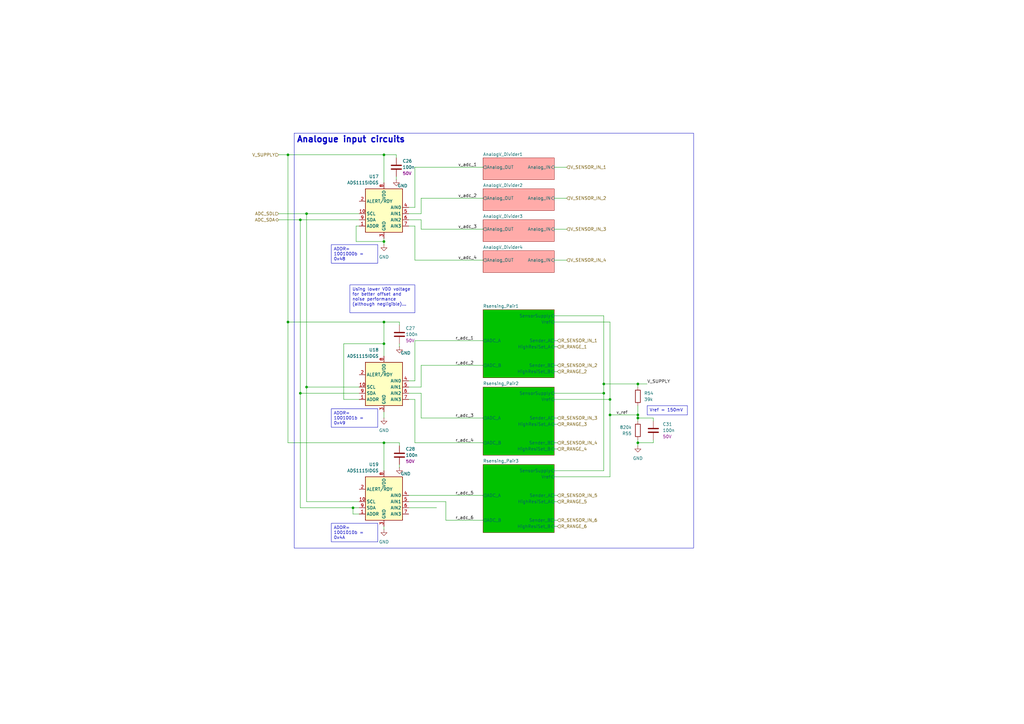
<source format=kicad_sch>
(kicad_sch (version 20250114) (generator "eeschema") (generator_version "9.0")
  (paper "A3")
  (title_block (title "VXDash RemoteECU") (date "2025-08-08") (rev "Proto A") (comment 1 "https://github.com/martinroger/VXDash") (comment 2 "https://cadlab.io/projects/vxdash"))
  (lib_symbols
    (symbol "Analog_ADC:ADS1115IDGS"
      (property "Reference" "U" (at 2.54 13.97 0))
      (property "Value" "ADS1115IDGS" (at 7.62 11.43 0))
      (symbol "ADS1115IDGS_0_1"
        (rectangle (start -7.62 10.16) (end 7.62 -7.62) (stroke (width 0.254)) (fill (type background)))
      )
      (symbol "ADS1115IDGS_1_1"
        (pin input line (at -10.16 2.54 0) (length 2.54) (name "AIN0") (number "4"))
        (pin input line (at -10.16 0 0) (length 2.54) (name "AIN1") (number "5"))
        (pin input line (at -10.16 -2.54 0) (length 2.54) (name "AIN2") (number "6"))
        (pin input line (at -10.16 -5.08 0) (length 2.54) (name "AIN3") (number "7"))
        (pin power_in line (at 0 12.7 270) (length 2.54) (name "VDD") (number "8"))
        (pin power_in line (at 0 -10.16 90) (length 2.54) (name "GND") (number "3"))
        (pin output line (at 10.16 5.08 180) (length 2.54) (name "ALERT/RDY") (number "2"))
        (pin input line (at 10.16 0 180) (length 2.54) (name "SCL") (number "10"))
        (pin bidirectional line (at 10.16 -2.54 180) (length 2.54) (name "SDA") (number "9"))
        (pin input line (at 10.16 -5.08 180) (length 2.54) (name "ADDR") (number "1"))
      )
    )
    (symbol "VXDash_passives:Cap_MLCC" (pin_numbers (hide yes)) (pin_names (offset 0.254))
      (property "Reference" "C" (at 2.54 2.54 0))
      (property "Value" "Cap_MLCC" (at 2.54 0 0))
      (property "Voltage" "50V" (at 2.54 -2.54 0))
      (symbol "Cap_MLCC_0_1"
        (polyline (pts (xy -2.032 0.762) (xy 2.032 0.762)) (stroke (width 0.508)))
        (polyline (pts (xy -2.032 -0.762) (xy 2.032 -0.762)) (stroke (width 0.508)))
      )
      (symbol "Cap_MLCC_1_1"
        (pin passive line (at 0 3.81 270) (length 2.794) (name "~") (number "1"))
        (pin passive line (at 0 -3.81 90) (length 2.794) (name "~") (number "2"))
      )
    )
    (symbol "VXDash_passives:Res" (pin_numbers (hide yes)) (pin_names (offset 0))
      (property "Reference" "R" (at 1.27 1.27 0))
      (property "Value" "Res" (at 1.27 -1.27 0))
      (symbol "Res_0_1"
        (rectangle (start -1.016 -2.54) (end 1.016 2.54) (stroke (width 0.254)))
      )
      (symbol "Res_1_1"
        (pin passive line (at 0 3.81 270) (length 1.27) (name "~") (number "1"))
        (pin passive line (at 0 -3.81 90) (length 1.27) (name "~") (number "2"))
      )
    )
    (symbol "power:GND" (power) (pin_numbers (hide yes)) (pin_names (offset 0) (hide yes))
      (property "Value" "GND" (at 0 -3.81 0))
      (symbol "GND_0_1"
        (polyline (pts (xy 0 0) (xy 0 -1.27) (xy 1.27 -1.27) (xy 0 -2.54) (xy -1.27 -1.27) (xy 0 -1.27)))
      )
      (symbol "GND_1_1"
        (pin power_in line (at 0 0 270) (length 0) (name "~") (number "1"))
      )
    )
  )
  (text_box "ADDR= 1001010b = 0x4A" (at 135.89 214.63 0) (size 19.05 7.62) (margins 0.9525 0.9525 0.9525 0.9525) (effects (font (size 1.27 1.27)) (justify left top)))
  (text_box "ADDR= 1001000b = 0x48" (at 135.89 100.33 0) (size 19.05 7.62) (margins 0.9525 0.9525 0.9525 0.9525) (effects (font (size 1.27 1.27)) (justify left top)))
  (text_box "Using lower VDD voltage for better offset and noise performance (although negligible)..." (at 143.51 116.84 0) (size 26.67 11.43) (margins 0.9525 0.9525 0.9525 0.9525) (effects (font (size 1.27 1.27)) (justify left top)))
  (text_box "ADDR= 1001001b = 0x49" (at 135.89 167.64 0) (size 19.05 7.62) (margins 0.9525 0.9525 0.9525 0.9525) (effects (font (size 1.27 1.27)) (justify left top)))
  (text_box "Vref = 150mV" (at 265.43 166.37 0) (size 16.51 3.81) (margins 0.9525 0.9525 0.9525 0.9525) (effects (font (size 1.27 1.27)) (justify left top)))
  (text_box "Analogue input circuits" (at 120.65 54.61 0) (size 163.83 170.18) (margins 0.9525 0.9525 0.9525 0.9525) (effects (font (size 2.5 2.5) (thickness 0.5) (bold yes)) (justify left top)))
  (junction (at 261.62 171.45))
  (junction (at 144.78 208.28))
  (junction (at 123.19 161.29))
  (junction (at 261.62 170.18))
  (junction (at 125.73 87.63))
  (junction (at 261.62 157.48))
  (junction (at 157.48 132.08))
  (junction (at 157.48 63.5))
  (junction (at 250.19 170.18))
  (junction (at 125.73 158.75))
  (junction (at 157.48 99.06))
  (junction (at 250.19 163.83))
  (junction (at 247.65 157.48))
  (junction (at 118.11 132.08))
  (junction (at 118.11 63.5))
  (junction (at 123.19 90.17))
  (junction (at 157.48 140.97))
  (junction (at 261.62 181.61))
  (junction (at 157.48 181.61))
  (junction (at 247.65 161.29))
  (wire (pts (xy 147.32 92.71) (xy 146.05 92.71)))
  (wire (pts (xy 118.11 181.61) (xy 118.11 132.08)))
  (wire (pts (xy 118.11 63.5) (xy 118.11 132.08)))
  (wire (pts (xy 227.33 205.74) (xy 228.6 205.74)))
  (wire (pts (xy 172.72 149.86) (xy 198.12 149.86)))
  (wire (pts (xy 167.64 90.17) (xy 172.72 90.17)))
  (wire (pts (xy 227.33 215.9) (xy 228.6 215.9)))
  (wire (pts (xy 227.33 129.54) (xy 247.65 129.54)))
  (wire (pts (xy 147.32 158.75) (xy 125.73 158.75)))
  (wire (pts (xy 147.32 161.29) (xy 123.19 161.29)))
  (wire (pts (xy 267.97 171.45) (xy 267.97 172.72)))
  (wire (pts (xy 167.64 161.29) (xy 172.72 161.29)))
  (wire (pts (xy 157.48 140.97) (xy 157.48 146.05)))
  (wire (pts (xy 147.32 163.83) (xy 140.97 163.83)))
  (wire (pts (xy 250.19 170.18) (xy 250.19 163.83)))
  (wire (pts (xy 232.41 68.58) (xy 227.33 68.58)))
  (wire (pts (xy 157.48 181.61) (xy 157.48 193.04)))
  (wire (pts (xy 172.72 158.75) (xy 172.72 149.86)))
  (wire (pts (xy 163.83 132.08) (xy 163.83 133.35)))
  (wire (pts (xy 140.97 140.97) (xy 157.48 140.97)))
  (wire (pts (xy 157.48 63.5) (xy 157.48 74.93)))
  (wire (pts (xy 170.18 85.09) (xy 170.18 68.58)))
  (wire (pts (xy 147.32 210.82) (xy 144.78 210.82)))
  (wire (pts (xy 167.64 158.75) (xy 172.72 158.75)))
  (wire (pts (xy 170.18 163.83) (xy 170.18 181.61)))
  (wire (pts (xy 267.97 181.61) (xy 261.62 181.61)))
  (wire (pts (xy 157.48 215.9) (xy 157.48 217.17)))
  (wire (pts (xy 232.41 106.68) (xy 227.33 106.68)))
  (wire (pts (xy 170.18 106.68) (xy 198.12 106.68)))
  (wire (pts (xy 261.62 171.45) (xy 267.97 171.45)))
  (wire (pts (xy 144.78 208.28) (xy 147.32 208.28)))
  (wire (pts (xy 228.6 203.2) (xy 227.33 203.2)))
  (wire (pts (xy 157.48 132.08) (xy 157.48 140.97)))
  (wire (pts (xy 167.64 205.74) (xy 182.88 205.74)))
  (wire (pts (xy 157.48 181.61) (xy 118.11 181.61)))
  (wire (pts (xy 157.48 132.08) (xy 163.83 132.08)))
  (wire (pts (xy 247.65 193.04) (xy 227.33 193.04)))
  (wire (pts (xy 182.88 213.36) (xy 198.12 213.36)))
  (wire (pts (xy 157.48 168.91) (xy 157.48 171.45)))
  (wire (pts (xy 227.33 184.15) (xy 228.6 184.15)))
  (wire (pts (xy 172.72 161.29) (xy 172.72 171.45)))
  (wire (pts (xy 227.33 163.83) (xy 250.19 163.83)))
  (wire (pts (xy 167.64 163.83) (xy 170.18 163.83)))
  (wire (pts (xy 261.62 172.72) (xy 261.62 171.45)))
  (wire (pts (xy 170.18 181.61) (xy 198.12 181.61)))
  (wire (pts (xy 250.19 163.83) (xy 250.19 132.08)))
  (wire (pts (xy 232.41 93.98) (xy 227.33 93.98)))
  (wire (pts (xy 228.6 139.7) (xy 227.33 139.7)))
  (wire (pts (xy 179.07 208.28) (xy 167.64 208.28)))
  (wire (pts (xy 144.78 210.82) (xy 144.78 208.28)))
  (wire (pts (xy 157.48 99.06) (xy 157.48 97.79)))
  (wire (pts (xy 228.6 171.45) (xy 227.33 171.45)))
  (wire (pts (xy 123.19 90.17) (xy 147.32 90.17)))
  (wire (pts (xy 123.19 161.29) (xy 123.19 208.28)))
  (wire (pts (xy 170.18 156.21) (xy 170.18 139.7)))
  (wire (pts (xy 163.83 142.24) (xy 163.83 140.97)))
  (wire (pts (xy 157.48 181.61) (xy 163.83 181.61)))
  (wire (pts (xy 228.6 213.36) (xy 227.33 213.36)))
  (wire (pts (xy 172.72 90.17) (xy 172.72 93.98)))
  (wire (pts (xy 182.88 205.74) (xy 182.88 213.36)))
  (wire (pts (xy 146.05 99.06) (xy 157.48 99.06)))
  (wire (pts (xy 232.41 81.28) (xy 227.33 81.28)))
  (wire (pts (xy 125.73 158.75) (xy 125.73 205.74)))
  (wire (pts (xy 170.18 92.71) (xy 170.18 106.68)))
  (wire (pts (xy 114.3 87.63) (xy 125.73 87.63)))
  (wire (pts (xy 118.11 132.08) (xy 157.48 132.08)))
  (wire (pts (xy 261.62 181.61) (xy 261.62 182.88)))
  (wire (pts (xy 261.62 170.18) (xy 261.62 171.45)))
  (wire (pts (xy 170.18 139.7) (xy 198.12 139.7)))
  (wire (pts (xy 146.05 92.71) (xy 146.05 99.06)))
  (wire (pts (xy 227.33 195.58) (xy 250.19 195.58)))
  (wire (pts (xy 123.19 161.29) (xy 123.19 90.17)))
  (wire (pts (xy 172.72 81.28) (xy 198.12 81.28)))
  (wire (pts (xy 170.18 68.58) (xy 198.12 68.58)))
  (wire (pts (xy 265.43 157.48) (xy 261.62 157.48)))
  (wire (pts (xy 227.33 173.99) (xy 228.6 173.99)))
  (wire (pts (xy 157.48 100.33) (xy 157.48 99.06)))
  (wire (pts (xy 228.6 149.86) (xy 227.33 149.86)))
  (wire (pts (xy 250.19 195.58) (xy 250.19 170.18)))
  (wire (pts (xy 172.72 171.45) (xy 198.12 171.45)))
  (wire (pts (xy 167.64 87.63) (xy 172.72 87.63)))
  (wire (pts (xy 247.65 157.48) (xy 247.65 129.54)))
  (wire (pts (xy 114.3 90.17) (xy 123.19 90.17)))
  (wire (pts (xy 123.19 208.28) (xy 144.78 208.28)))
  (wire (pts (xy 162.56 73.66) (xy 162.56 72.39)))
  (wire (pts (xy 162.56 63.5) (xy 162.56 64.77)))
  (wire (pts (xy 140.97 163.83) (xy 140.97 140.97)))
  (wire (pts (xy 172.72 87.63) (xy 172.72 81.28)))
  (wire (pts (xy 167.64 156.21) (xy 170.18 156.21)))
  (wire (pts (xy 157.48 63.5) (xy 162.56 63.5)))
  (wire (pts (xy 118.11 63.5) (xy 157.48 63.5)))
  (wire (pts (xy 261.62 157.48) (xy 261.62 158.75)))
  (wire (pts (xy 228.6 181.61) (xy 227.33 181.61)))
  (wire (pts (xy 163.83 191.77) (xy 163.83 190.5)))
  (wire (pts (xy 147.32 205.74) (xy 125.73 205.74)))
  (wire (pts (xy 163.83 181.61) (xy 163.83 182.88)))
  (wire (pts (xy 267.97 180.34) (xy 267.97 181.61)))
  (wire (pts (xy 227.33 132.08) (xy 250.19 132.08)))
  (wire (pts (xy 261.62 181.61) (xy 261.62 180.34)))
  (wire (pts (xy 227.33 152.4) (xy 228.6 152.4)))
  (wire (pts (xy 247.65 157.48) (xy 261.62 157.48)))
  (wire (pts (xy 247.65 161.29) (xy 247.65 193.04)))
  (wire (pts (xy 167.64 92.71) (xy 170.18 92.71)))
  (wire (pts (xy 172.72 93.98) (xy 198.12 93.98)))
  (wire (pts (xy 247.65 161.29) (xy 227.33 161.29)))
  (wire (pts (xy 167.64 85.09) (xy 170.18 85.09)))
  (wire (pts (xy 250.19 170.18) (xy 261.62 170.18)))
  (wire (pts (xy 261.62 166.37) (xy 261.62 170.18)))
  (wire (pts (xy 125.73 87.63) (xy 147.32 87.63)))
  (wire (pts (xy 125.73 87.63) (xy 125.73 158.75)))
  (wire (pts (xy 114.3 63.5) (xy 118.11 63.5)))
  (wire (pts (xy 228.6 142.24) (xy 227.33 142.24)))
  (wire (pts (xy 167.64 203.2) (xy 198.12 203.2)))
  (wire (pts (xy 247.65 157.48) (xy 247.65 161.29)))
  (label "r_adc_6" (at 194.31 213.36 180))
  (label "V_SUPPLY" (at 265.43 157.48 0))
  (label "v_adc_4" (at 195.58 106.68 180))
  (label "v_adc_3" (at 195.58 93.98 180))
  (label "v_adc_2" (at 195.58 81.28 180))
  (label "r_adc_3" (at 194.31 171.45 180))
  (label "r_adc_2" (at 194.31 149.86 180))
  (label "r_adc_5" (at 194.31 203.2 180))
  (label "r_adc_4" (at 194.31 181.61 180))
  (label "r_adc_1" (at 194.31 139.7 180))
  (label "v_adc_1" (at 195.58 68.58 180))
  (label "v_ref" (at 252.73 170.18 0))
  (hierarchical_label "R_RANGE_4" (shape input) (at 228.6 184.15 0))
  (hierarchical_label "R_RANGE_3" (shape input) (at 228.6 173.99 0))
  (hierarchical_label "R_SENSOR_IN_6" (shape input) (at 228.6 213.36 0))
  (hierarchical_label "R_RANGE_6" (shape input) (at 228.6 215.9 0))
  (hierarchical_label "V_SENSOR_IN_2" (shape input) (at 232.41 81.28 0))
  (hierarchical_label "R_RANGE_5" (shape input) (at 228.6 205.74 0))
  (hierarchical_label "R_SENSOR_IN_2" (shape input) (at 228.6 149.86 0))
  (hierarchical_label "V_SENSOR_IN_3" (shape input) (at 232.41 93.98 0))
  (hierarchical_label "R_SENSOR_IN_5" (shape input) (at 228.6 203.2 0))
  (hierarchical_label "R_SENSOR_IN_3" (shape input) (at 228.6 171.45 0))
  (hierarchical_label "R_RANGE_1" (shape input) (at 228.6 142.24 0))
  (hierarchical_label "V_SENSOR_IN_4" (shape input) (at 232.41 106.68 0))
  (hierarchical_label "ADC_SDL" (shape input) (at 114.3 87.63 180))
  (hierarchical_label "V_SUPPLY" (shape input) (at 114.3 63.5 180))
  (hierarchical_label "V_SENSOR_IN_1" (shape input) (at 232.41 68.58 0))
  (hierarchical_label "R_SENSOR_IN_1" (shape input) (at 228.6 139.7 0))
  (hierarchical_label "R_SENSOR_IN_4" (shape input) (at 228.6 181.61 0))
  (hierarchical_label "ADC_SDA" (shape bidirectional) (at 114.3 90.17 180))
  (hierarchical_label "R_RANGE_2" (shape input) (at 228.6 152.4 0))
  (symbol (lib_id "Analog_ADC:ADS1115IDGS") (at 157.48 158.75 0) (mirror y) (unit 1)
    (property "Reference" "U18" (at 155.3367 143.51 0) (effects (justify left)))
    (property "Value" "ADS1115IDGS" (at 155.3367 146.05 0) (effects (justify left)))
    (property "Footprint" "Package_SO:TSSOP-10_3x3mm_P0.5mm" (effects (hide yes)))
    (property "Datasheet" "http://www.ti.com/lit/ds/symlink/ads1113.pdf" (effects (hide yes)))
    (property "Description" "Ultra-Small, Low-Power, I2C-Compatible, 860-SPS, 16-Bit ADCs With Internal Reference, Oscillator, and Programmable Comparator, VSSOP-10" (effects (hide yes)))
  )
  (symbol (lib_id "power:GND") (at 261.62 182.88 0) (unit 1)
    (property "Reference" "#PWR047" (effects (hide yes)))
    (property "Value" "GND" (at 261.62 187.96 0))
    (property "Description" "Power symbol creates a global label with name \"GND\" , ground" (effects (hide yes)))
  )
  (symbol (lib_id "Analog_ADC:ADS1115IDGS") (at 157.48 205.74 0) (mirror y) (unit 1)
    (property "Reference" "U19" (at 155.3367 190.5 0) (effects (justify left)))
    (property "Value" "ADS1115IDGS" (at 155.3367 193.04 0) (effects (justify left)))
    (property "Footprint" "Package_SO:TSSOP-10_3x3mm_P0.5mm" (effects (hide yes)))
    (property "Datasheet" "http://www.ti.com/lit/ds/symlink/ads1113.pdf" (effects (hide yes)))
    (property "Description" "Ultra-Small, Low-Power, I2C-Compatible, 860-SPS, 16-Bit ADCs With Internal Reference, Oscillator, and Programmable Comparator, VSSOP-10" (effects (hide yes)))
  )
  (symbol (lib_id "power:GND") (at 163.83 191.77 0) (unit 1)
    (property "Reference" "#PWR045" (effects (hide yes)))
    (property "Value" "GND" (at 166.37 194.31 0))
    (property "Description" "Power symbol creates a global label with name \"GND\" , ground" (effects (hide yes)))
  )
  (symbol (lib_id "VXDash_passives:Cap_MLCC") (at 162.56 68.58 0) (mirror y) (unit 1)
    (property "Reference" "C26" (at 165.1 66.04 0) (effects (justify right)))
    (property "Value" "100n" (at 165.1 68.58 0) (effects (justify right)))
    (property "Dielectric" "X7R" (effects (hide yes)))
    (property "Tol" "10%" (effects (hide yes)))
    (property "Voltage" "50V" (at 165.1 71.12 0) (effects (justify right)))
  )
  (symbol (lib_id "Analog_ADC:ADS1115IDGS") (at 157.48 87.63 0) (mirror y) (unit 1)
    (property "Reference" "U17" (at 155.3367 72.39 0) (effects (justify left)))
    (property "Value" "ADS1115IDGS" (at 155.3367 74.93 0) (effects (justify left)))
    (property "Footprint" "Package_SO:TSSOP-10_3x3mm_P0.5mm" (effects (hide yes)))
    (property "Datasheet" "http://www.ti.com/lit/ds/symlink/ads1113.pdf" (effects (hide yes)))
    (property "Description" "Ultra-Small, Low-Power, I2C-Compatible, 860-SPS, 16-Bit ADCs With Internal Reference, Oscillator, and Programmable Comparator, VSSOP-10" (effects (hide yes)))
  )
  (symbol (lib_id "power:GND") (at 157.48 217.17 0) (unit 1)
    (property "Reference" "#PWR042" (effects (hide yes)))
    (property "Value" "GND" (at 157.48 222.25 0))
    (property "Description" "Power symbol creates a global label with name \"GND\" , ground" (effects (hide yes)))
  )
  (symbol (lib_id "VXDash_passives:Cap_MLCC") (at 163.83 137.16 0) (mirror y) (unit 1)
    (property "Reference" "C27" (at 166.37 134.62 0) (effects (justify right)))
    (property "Value" "100n" (at 166.37 137.16 0) (effects (justify right)))
    (property "Dielectric" "X7R" (effects (hide yes)))
    (property "Tol" "10%" (effects (hide yes)))
    (property "Voltage" "50V" (at 166.37 139.7 0) (effects (justify right)))
  )
  (symbol (lib_id "power:GND") (at 157.48 171.45 0) (unit 1)
    (property "Reference" "#PWR041" (effects (hide yes)))
    (property "Value" "GND" (at 157.48 176.53 0))
    (property "Description" "Power symbol creates a global label with name \"GND\" , ground" (effects (hide yes)))
  )
  (symbol (lib_id "power:GND") (at 162.56 73.66 0) (unit 1)
    (property "Reference" "#PWR043" (effects (hide yes)))
    (property "Value" "GND" (at 165.1 76.2 0))
    (property "Description" "Power symbol creates a global label with name \"GND\" , ground" (effects (hide yes)))
  )
  (symbol (lib_id "power:GND") (at 157.48 100.33 0) (unit 1)
    (property "Reference" "#PWR040" (effects (hide yes)))
    (property "Value" "GND" (at 157.48 105.41 0))
    (property "Description" "Power symbol creates a global label with name \"GND\" , ground" (effects (hide yes)))
  )
  (symbol (lib_id "power:GND") (at 163.83 142.24 0) (unit 1)
    (property "Reference" "#PWR044" (effects (hide yes)))
    (property "Value" "GND" (at 166.37 144.78 0))
    (property "Description" "Power symbol creates a global label with name \"GND\" , ground" (effects (hide yes)))
  )
  (symbol (lib_id "VXDash_passives:Cap_MLCC") (at 163.83 186.69 0) (mirror y) (unit 1)
    (property "Reference" "C28" (at 166.37 184.15 0) (effects (justify right)))
    (property "Value" "100n" (at 166.37 186.69 0) (effects (justify right)))
    (property "Dielectric" "X7R" (effects (hide yes)))
    (property "Tol" "10%" (effects (hide yes)))
    (property "Voltage" "50V" (at 166.37 189.23 0) (effects (justify right)))
  )
  (symbol (lib_id "VXDash_passives:Res") (at 261.62 162.56 180) (unit 1)
    (property "Reference" "R54" (at 264.16 161.2899 0) (effects (justify right)))
    (property "Value" "39k" (at 264.16 163.8299 0) (effects (justify right)))
    (property "Footprint" "Resistor_SMD:R_0603_1608Metric_Pad0.98x0.95mm_HandSolder" (effects (hide yes)))
    (property "Tol" "1%" (effects (hide yes)))
    (property "Power" "100mW" (effects (hide yes)))
  )
  (symbol (lib_id "VXDash_passives:Res") (at 261.62 176.53 0) (unit 1)
    (property "Reference" "R55" (at 259.08 177.8001 0) (effects (justify right)))
    (property "Value" "820k" (at 259.08 175.2601 0) (effects (justify right)))
    (property "Footprint" "Resistor_SMD:R_0603_1608Metric_Pad0.98x0.95mm_HandSolder" (effects (hide yes)))
    (property "Tol" "1%" (effects (hide yes)))
    (property "Power" "100mW" (effects (hide yes)))
  )
  (symbol (lib_id "VXDash_passives:Cap_MLCC") (at 267.97 176.53 180) (unit 1)
    (property "Reference" "C31" (at 271.78 173.9899 0) (effects (justify right)))
    (property "Value" "100n" (at 271.78 176.5299 0) (effects (justify right)))
    (property "Footprint" "Capacitor_SMD:C_0603_1608Metric_Pad1.08x0.95mm_HandSolder" (effects (hide yes)))
    (property "Description" "Ceremic capacitor" (effects (hide yes)))
    (property "Voltage" "50V" (at 271.78 179.0699 0) (effects (justify right)))
    (property "Tol" "10%" (effects (hide yes)))
    (property "Dielectric" "X7R" (effects (hide yes)))
  )
  (sheet (at 198.12 127) (size 29.21 27.94) (stroke (width 0.1524)) (fill (color 0 194 0 1.0000))
    (property "Sheetname" "Rsensing_Pair1" (at 198.12 126.2884 0) (effects (justify left bottom)))
    (property "Sheetfile" "Rsensing_Pair.kicad_sch" (effects (hide yes)))
    (pin "ADC_A" output (at 198.12 139.7 180))
    (pin "ADC_B" output (at 198.12 149.86 180))
    (pin "HighResiSet_A" input (at 227.33 142.24 0))
    (pin "HighResiSet_B" input (at 227.33 152.4 0))
    (pin "Vref" input (at 227.33 132.08 0))
    (pin "SensorSupply" input (at 227.33 129.54 0))
    (pin "Sender_A" passive (at 227.33 139.7 0))
    (pin "Sender_B" passive (at 227.33 149.86 0))
  )
  (sheet (at 198.12 158.75) (size 29.21 27.94) (stroke (width 0.1524)) (fill (color 0 194 0 1.0000))
    (property "Sheetname" "Rsensing_Pair2" (at 198.12 158.0384 0) (effects (justify left bottom)))
    (property "Sheetfile" "Rsensing_Pair.kicad_sch" (effects (hide yes)))
    (pin "ADC_A" output (at 198.12 171.45 180))
    (pin "ADC_B" output (at 198.12 181.61 180))
    (pin "HighResiSet_A" input (at 227.33 173.99 0))
    (pin "HighResiSet_B" input (at 227.33 184.15 0))
    (pin "Vref" input (at 227.33 163.83 0))
    (pin "SensorSupply" input (at 227.33 161.29 0))
    (pin "Sender_A" passive (at 227.33 171.45 0))
    (pin "Sender_B" passive (at 227.33 181.61 0))
  )
  (sheet (at 198.12 90.17) (size 29.21 8.89) (stroke (width 0.1524)) (fill (color 255 171 169 1.0000))
    (property "Sheetname" "AnalogV_Divider3" (at 198.12 89.4584 0) (effects (justify left bottom)))
    (property "Sheetfile" "AnalogV_Divider.kicad_sch" (effects (hide yes)))
    (pin "Analog_OUT" output (at 198.12 93.98 180))
    (pin "Analog_IN" input (at 227.33 93.98 0))
  )
  (sheet (at 198.12 77.47) (size 29.21 8.89) (stroke (width 0.1524)) (fill (color 255 171 169 1.0000))
    (property "Sheetname" "AnalogV_Divider2" (at 198.12 76.7584 0) (effects (justify left bottom)))
    (property "Sheetfile" "AnalogV_Divider.kicad_sch" (effects (hide yes)))
    (pin "Analog_OUT" output (at 198.12 81.28 180))
    (pin "Analog_IN" input (at 227.33 81.28 0))
  )
  (sheet (at 198.12 64.77) (size 29.21 8.89) (stroke (width 0.1524)) (fill (color 255 171 169 1.0000))
    (property "Sheetname" "AnalogV_Divider1" (at 198.12 64.0584 0) (effects (justify left bottom)))
    (property "Sheetfile" "AnalogV_Divider.kicad_sch" (effects (hide yes)))
    (pin "Analog_OUT" output (at 198.12 68.58 180))
    (pin "Analog_IN" input (at 227.33 68.58 0))
  )
  (sheet (at 198.12 102.87) (size 29.21 8.89) (stroke (width 0.1524)) (fill (color 255 171 169 1.0000))
    (property "Sheetname" "AnalogV_Divider4" (at 198.12 102.1584 0) (effects (justify left bottom)))
    (property "Sheetfile" "AnalogV_Divider.kicad_sch" (effects (hide yes)))
    (pin "Analog_OUT" output (at 198.12 106.68 180))
    (pin "Analog_IN" input (at 227.33 106.68 0))
  )
  (sheet (at 198.12 190.5) (size 29.21 27.94) (stroke (width 0.1524)) (fill (color 0 194 0 1.0000))
    (property "Sheetname" "Rsensing_Pair3" (at 198.12 189.7884 0) (effects (justify left bottom)))
    (property "Sheetfile" "Rsensing_Pair.kicad_sch" (effects (hide yes)))
    (pin "ADC_A" output (at 198.12 203.2 180))
    (pin "ADC_B" output (at 198.12 213.36 180))
    (pin "HighResiSet_A" input (at 227.33 205.74 0))
    (pin "HighResiSet_B" input (at 227.33 215.9 0))
    (pin "Vref" input (at 227.33 195.58 0))
    (pin "SensorSupply" input (at 227.33 193.04 0))
    (pin "Sender_A" passive (at 227.33 203.2 0))
    (pin "Sender_B" passive (at 227.33 213.36 0))
  )
)
</source>
